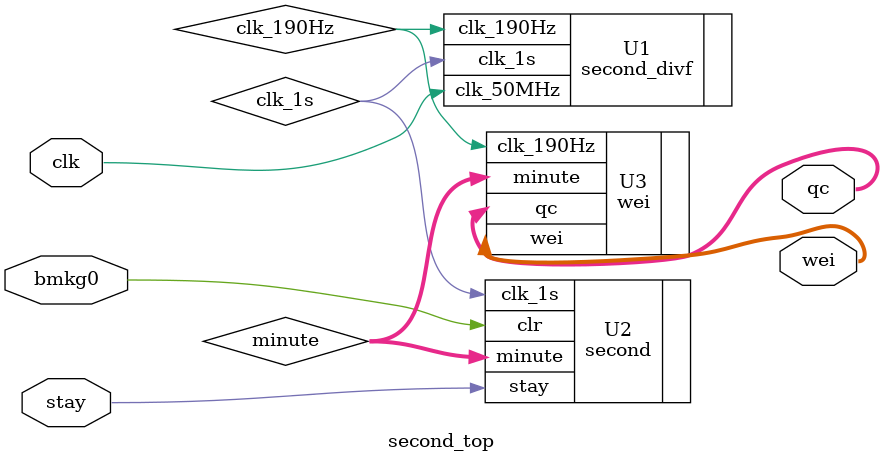
<source format=v>
`timescale 1ns / 1ps
module second_top(clk,stay,bmkg0,qc,wei);

input clk;
input bmkg0;
input stay;
output[7:0] qc;
output[3:0] wei;
wire clk_1s;

wire clk_190Hz;
wire [7:0] minute;

second_divf U1(.clk_50MHz(clk),
			.clk_1s(clk_1s),
			.clk_190Hz(clk_190Hz));
second U2(.clk_1s(clk_1s),
		.clr(bmkg0),
		.stay(stay),
		.minute(minute));

wei U3(.clk_190Hz(clk_190Hz),
	  .minute(minute),
	  .wei(wei),
	  .qc(qc));
endmodule





</source>
